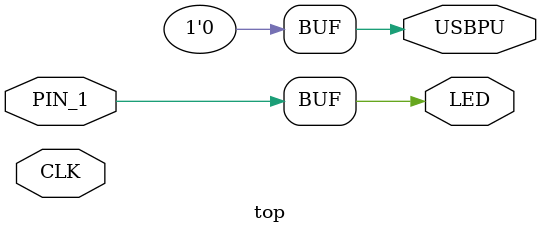
<source format=v>
module top (
	input CLK,   // 16MHz clock
	input PIN_1,  // pin one
	output LED,  // onboard led
	output USBPU // usb pullup resistor
);

    //disable usb
    assign USBPU = 0;

    //send led the led_state register
    assign LED = PIN_1;

endmodule

</source>
